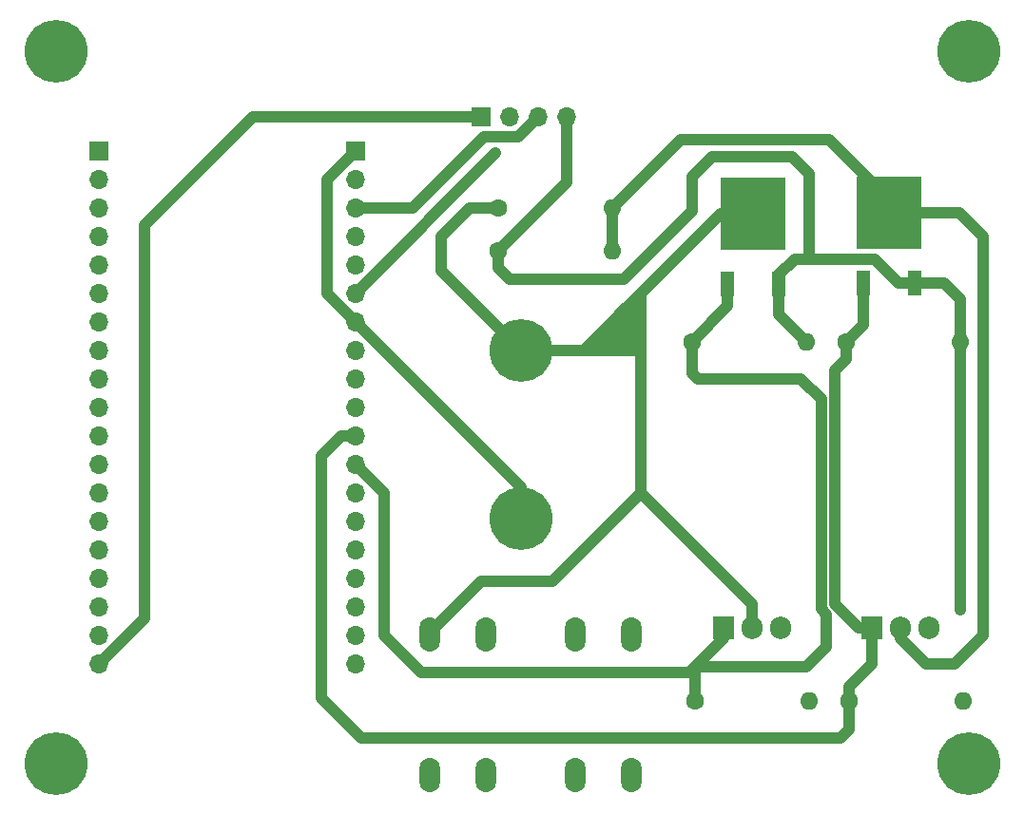
<source format=gbr>
%TF.GenerationSoftware,KiCad,Pcbnew,(6.0.7)*%
%TF.CreationDate,2022-08-09T22:59:13-05:00*%
%TF.ProjectId,garage-door_opener,67617261-6765-42d6-946f-6f725f6f7065,rev?*%
%TF.SameCoordinates,Original*%
%TF.FileFunction,Copper,L1,Top*%
%TF.FilePolarity,Positive*%
%FSLAX46Y46*%
G04 Gerber Fmt 4.6, Leading zero omitted, Abs format (unit mm)*
G04 Created by KiCad (PCBNEW (6.0.7)) date 2022-08-09 22:59:13*
%MOMM*%
%LPD*%
G01*
G04 APERTURE LIST*
%TA.AperFunction,ComponentPad*%
%ADD10C,3.600000*%
%TD*%
%TA.AperFunction,ConnectorPad*%
%ADD11C,5.600000*%
%TD*%
%TA.AperFunction,ComponentPad*%
%ADD12O,1.850000X3.048000*%
%TD*%
%TA.AperFunction,ComponentPad*%
%ADD13C,1.600000*%
%TD*%
%TA.AperFunction,ComponentPad*%
%ADD14O,1.600000X1.600000*%
%TD*%
%TA.AperFunction,ComponentPad*%
%ADD15R,1.700000X1.700000*%
%TD*%
%TA.AperFunction,ComponentPad*%
%ADD16O,1.700000X1.700000*%
%TD*%
%TA.AperFunction,SMDPad,CuDef*%
%ADD17R,1.200000X2.200000*%
%TD*%
%TA.AperFunction,SMDPad,CuDef*%
%ADD18R,5.800000X6.400000*%
%TD*%
%TA.AperFunction,ComponentPad*%
%ADD19R,1.905000X2.000000*%
%TD*%
%TA.AperFunction,ComponentPad*%
%ADD20O,1.905000X2.000000*%
%TD*%
%TA.AperFunction,ViaPad*%
%ADD21C,0.800000*%
%TD*%
%TA.AperFunction,Conductor*%
%ADD22C,1.000000*%
%TD*%
%TA.AperFunction,Conductor*%
%ADD23C,0.250000*%
%TD*%
G04 APERTURE END LIST*
D10*
%TO.P,H2,1,1*%
%TO.N,GND*%
X172212000Y-83566000D03*
D11*
X172212000Y-83566000D03*
%TD*%
D12*
%TO.P,SW1,1,1*%
%TO.N,/HIGH*%
X164084000Y-93926000D03*
X164084000Y-106426000D03*
%TO.P,SW1,2,2*%
%TO.N,GND*%
X169084000Y-106426000D03*
X169084000Y-93926000D03*
%TD*%
D13*
%TO.P,R2,1*%
%TO.N,GND*%
X170180000Y-59690000D03*
D14*
%TO.P,R2,2*%
%TO.N,/HIGH_DIV*%
X180340000Y-59690000D03*
%TD*%
D15*
%TO.P,J2,1,Pin_1*%
%TO.N,GND*%
X157480000Y-50800000D03*
D16*
%TO.P,J2,2,Pin_2*%
%TO.N,/MOSI_IO23*%
X157480000Y-53340000D03*
%TO.P,J2,3,Pin_3*%
%TO.N,/IO22*%
X157480000Y-55880000D03*
%TO.P,J2,4,Pin_4*%
%TO.N,/TX0_IO1*%
X157480000Y-58420000D03*
%TO.P,J2,5,Pin_5*%
%TO.N,/RX0_IO3*%
X157480000Y-60960000D03*
%TO.P,J2,6,Pin_6*%
%TO.N,/IO21*%
X157480000Y-63500000D03*
%TO.P,J2,7,Pin_7*%
%TO.N,GND*%
X157480000Y-66040000D03*
%TO.P,J2,8,Pin_8*%
%TO.N,/MISO_IO19*%
X157480000Y-68580000D03*
%TO.P,J2,9,Pin_9*%
%TO.N,/SCK_IO18*%
X157480000Y-71120000D03*
%TO.P,J2,10,Pin_10*%
%TO.N,/SS_IO5*%
X157480000Y-73660000D03*
%TO.P,J2,11,Pin_11*%
%TO.N,/IO17*%
X157480000Y-76200000D03*
%TO.P,J2,12,Pin_12*%
%TO.N,/IO16*%
X157480000Y-78740000D03*
%TO.P,J2,13,Pin_13*%
%TO.N,/T0_ADC10_IO4*%
X157480000Y-81280000D03*
%TO.P,J2,14,Pin_14*%
%TO.N,/T1_ADC11_IO0*%
X157480000Y-83820000D03*
%TO.P,J2,15,Pin_15*%
%TO.N,/T2_ADC12_IO2*%
X157480000Y-86360000D03*
%TO.P,J2,16,Pin_16*%
%TO.N,/T3_ADC13_IO15*%
X157480000Y-88900000D03*
%TO.P,J2,17,Pin_17*%
%TO.N,/FLASHD1_IO8*%
X157480000Y-91440000D03*
%TO.P,J2,18,Pin_18*%
%TO.N,/FLASHD0_IO7*%
X157480000Y-93980000D03*
%TO.P,J2,19,Pin_19*%
%TO.N,/FLASHSCK_IO6*%
X157480000Y-96520000D03*
%TD*%
D13*
%TO.P,R1,1*%
%TO.N,/HIGH*%
X170180000Y-55880000D03*
D14*
%TO.P,R1,2*%
%TO.N,/HIGH_DIV*%
X180340000Y-55880000D03*
%TD*%
D11*
%TO.P,REF\u002A\u002A,1*%
%TO.N,N/C*%
X212090000Y-41910000D03*
D10*
X212090000Y-41910000D03*
%TD*%
D15*
%TO.P,J3,1,Pin_1*%
%TO.N,/VIN_5V*%
X168656000Y-47752000D03*
D16*
%TO.P,J3,2,Pin_2*%
%TO.N,/IO21*%
X171196000Y-47752000D03*
%TO.P,J3,3,Pin_3*%
%TO.N,/IO22*%
X173736000Y-47752000D03*
%TO.P,J3,4,Pin_4*%
%TO.N,GND*%
X176276000Y-47752000D03*
%TD*%
D12*
%TO.P,SW2,1,1*%
%TO.N,/HIGH_DIV*%
X177038000Y-106426000D03*
X177038000Y-93926000D03*
%TO.P,SW2,2,2*%
%TO.N,GND*%
X182038000Y-106426000D03*
X182038000Y-93926000D03*
%TD*%
D13*
%TO.P,R5,1*%
%TO.N,/IO16*%
X187706000Y-99822000D03*
D14*
%TO.P,R5,2*%
%TO.N,GND*%
X197866000Y-99822000D03*
%TD*%
D11*
%TO.P,mnt,1*%
%TO.N,N/C*%
X212090000Y-105410000D03*
D10*
X212090000Y-105410000D03*
%TD*%
D13*
%TO.P,R4,1*%
%TO.N,/IO17*%
X201168000Y-67818000D03*
D14*
%TO.P,R4,2*%
%TO.N,GND*%
X211328000Y-67818000D03*
%TD*%
D17*
%TO.P,Q3,1,G*%
%TO.N,/IO16*%
X190630000Y-62692000D03*
D18*
%TO.P,Q3,2,D*%
%TO.N,/HIGH*%
X192910000Y-56392000D03*
D17*
%TO.P,Q3,3,S*%
%TO.N,GND*%
X195190000Y-62692000D03*
%TD*%
D19*
%TO.P,Q1,1,G*%
%TO.N,/IO16*%
X190246000Y-93304000D03*
D20*
%TO.P,Q1,2,D*%
%TO.N,/HIGH*%
X192786000Y-93304000D03*
%TO.P,Q1,3,S*%
%TO.N,GND*%
X195326000Y-93304000D03*
%TD*%
D13*
%TO.P,R6,1*%
%TO.N,/IO17*%
X201422000Y-99822000D03*
D14*
%TO.P,R6,2*%
%TO.N,GND*%
X211582000Y-99822000D03*
%TD*%
D13*
%TO.P,R3,1*%
%TO.N,/IO16*%
X187452000Y-67818000D03*
D14*
%TO.P,R3,2*%
%TO.N,GND*%
X197612000Y-67818000D03*
%TD*%
D11*
%TO.P,H1,1,1*%
%TO.N,/HIGH*%
X172212000Y-68580000D03*
D10*
X172212000Y-68580000D03*
%TD*%
D17*
%TO.P,Q4,1,G*%
%TO.N,/IO17*%
X202698000Y-62620000D03*
D18*
%TO.P,Q4,2,D*%
%TO.N,/HIGH_DIV*%
X204978000Y-56320000D03*
D17*
%TO.P,Q4,3,S*%
%TO.N,GND*%
X207258000Y-62620000D03*
%TD*%
D11*
%TO.P,mnt,1*%
%TO.N,N/C*%
X130810000Y-105410000D03*
D10*
X130810000Y-105410000D03*
%TD*%
D19*
%TO.P,Q2,1,G*%
%TO.N,/IO17*%
X203454000Y-93304000D03*
D20*
%TO.P,Q2,2,D*%
%TO.N,/HIGH_DIV*%
X205994000Y-93304000D03*
%TO.P,Q2,3,S*%
%TO.N,GND*%
X208534000Y-93304000D03*
%TD*%
D11*
%TO.P,REF\u002A\u002A,1*%
%TO.N,N/C*%
X130810000Y-41910000D03*
D10*
X130810000Y-41910000D03*
%TD*%
D15*
%TO.P,J1,1,Pin_1*%
%TO.N,/VIN_3V3*%
X134620000Y-50800000D03*
D16*
%TO.P,J1,2,Pin_2*%
%TO.N,/RST_EN*%
X134620000Y-53340000D03*
%TO.P,J1,3,Pin_3*%
%TO.N,/ADC0_IO36*%
X134620000Y-55880000D03*
%TO.P,J1,4,Pin_4*%
%TO.N,/ADC3_IO39*%
X134620000Y-58420000D03*
%TO.P,J1,5,Pin_5*%
%TO.N,/ADC6_IO34*%
X134620000Y-60960000D03*
%TO.P,J1,6,Pin_6*%
%TO.N,/ADC7_IO35*%
X134620000Y-63500000D03*
%TO.P,J1,7,Pin_7*%
%TO.N,/T9_ADC4_IO32*%
X134620000Y-66040000D03*
%TO.P,J1,8,Pin_8*%
%TO.N,/T8_ADC5_IO33*%
X134620000Y-68580000D03*
%TO.P,J1,9,Pin_9*%
%TO.N,/ADC18_IO25*%
X134620000Y-71120000D03*
%TO.P,J1,10,Pin_10*%
%TO.N,/ADC19_IO26*%
X134620000Y-73660000D03*
%TO.P,J1,11,Pin_11*%
%TO.N,/T7_ADC17_IO27*%
X134620000Y-76200000D03*
%TO.P,J1,12,Pin_12*%
%TO.N,/T6_ADC16_IO14*%
X134620000Y-78740000D03*
%TO.P,J1,13,Pin_13*%
%TO.N,/T5_ADC15_IO12*%
X134620000Y-81280000D03*
%TO.P,J1,14,Pin_14*%
%TO.N,GND*%
X134620000Y-83820000D03*
%TO.P,J1,15,Pin_15*%
%TO.N,/T4_ADC14_IO13*%
X134620000Y-86360000D03*
%TO.P,J1,16,Pin_16*%
%TO.N,/FLASHD2_IO9*%
X134620000Y-88900000D03*
%TO.P,J1,17,Pin_17*%
%TO.N,/FLASHD3_IO10*%
X134620000Y-91440000D03*
%TO.P,J1,18,Pin_18*%
%TO.N,/FLASHCMD_IO11*%
X134620000Y-93980000D03*
%TO.P,J1,19,Pin_19*%
%TO.N,/VIN_5V*%
X134620000Y-96520000D03*
%TD*%
D21*
%TO.N,/IO21*%
X169984000Y-50996000D03*
%TO.N,GND*%
X211328000Y-91694000D03*
%TD*%
D22*
%TO.N,/IO16*%
X187452000Y-70612000D02*
X187452000Y-67818000D01*
X197104000Y-71120000D02*
X187960000Y-71120000D01*
X187960000Y-71120000D02*
X187452000Y-70612000D01*
X198952000Y-72968000D02*
X197104000Y-71120000D01*
X198952000Y-91683056D02*
X198952000Y-72968000D01*
X199390000Y-92121056D02*
X198952000Y-91683056D01*
X199390000Y-94996000D02*
X199390000Y-92121056D01*
%TO.N,/IO22*%
X162560000Y-55880000D02*
X157480000Y-55880000D01*
X171958000Y-49530000D02*
X168910000Y-49530000D01*
X168910000Y-49530000D02*
X162560000Y-55880000D01*
X173736000Y-47752000D02*
X171958000Y-49530000D01*
%TO.N,/HIGH*%
X180594000Y-65786000D02*
X181229000Y-65151000D01*
X165100000Y-61468000D02*
X165100000Y-58420000D01*
X182118000Y-64262000D02*
X182880000Y-63500000D01*
X180848000Y-67310000D02*
X180848000Y-66040000D01*
X180848000Y-68580000D02*
X180848000Y-67310000D01*
X167640000Y-55880000D02*
X170180000Y-55880000D01*
X164084000Y-93726000D02*
X168656000Y-89154000D01*
X182880000Y-81280000D02*
X182880000Y-68580000D01*
X179324000Y-68580000D02*
X179832000Y-68580000D01*
X177800000Y-68580000D02*
X180594000Y-65786000D01*
X192786000Y-93304000D02*
X192786000Y-91186000D01*
X180340000Y-67056000D02*
X179324000Y-68072000D01*
X168656000Y-89154000D02*
X175006000Y-89154000D01*
X180848000Y-67564000D02*
X180848000Y-67310000D01*
X181229000Y-65151000D02*
X182118000Y-64262000D01*
X181610000Y-68580000D02*
X181610000Y-65532000D01*
X179832000Y-68580000D02*
X180848000Y-67564000D01*
X182118000Y-68580000D02*
X182118000Y-64262000D01*
X172212000Y-68580000D02*
X165100000Y-61468000D01*
X182880000Y-63500000D02*
X189988000Y-56392000D01*
X189988000Y-56392000D02*
X192910000Y-56392000D01*
X165100000Y-58420000D02*
X167640000Y-55880000D01*
X182118000Y-68580000D02*
X182880000Y-68580000D01*
X179832000Y-68580000D02*
X180848000Y-68580000D01*
X177800000Y-68580000D02*
X179324000Y-68580000D01*
X192786000Y-91186000D02*
X182880000Y-81280000D01*
X175006000Y-89154000D02*
X182880000Y-81280000D01*
X180848000Y-68580000D02*
X181610000Y-68580000D01*
X181610000Y-65532000D02*
X181229000Y-65151000D01*
X182880000Y-68580000D02*
X182880000Y-63500000D01*
X164084000Y-93926000D02*
X164084000Y-93726000D01*
X179324000Y-68072000D02*
X179324000Y-68580000D01*
X172212000Y-68580000D02*
X177800000Y-68580000D01*
X180848000Y-66040000D02*
X180594000Y-65786000D01*
X181610000Y-68580000D02*
X182118000Y-68580000D01*
%TO.N,GND*%
X195190000Y-61858000D02*
X195190000Y-62692000D01*
X157480000Y-66040000D02*
X172212000Y-80772000D01*
X209940000Y-62620000D02*
X211328000Y-64008000D01*
X197866000Y-60452000D02*
X196596000Y-60452000D01*
X154940000Y-63500000D02*
X154940000Y-53340000D01*
X211328000Y-64008000D02*
X211328000Y-67818000D01*
X196596000Y-60452000D02*
X195190000Y-61858000D01*
X157480000Y-66040000D02*
X154940000Y-63500000D01*
X205876000Y-62620000D02*
X203708000Y-60452000D01*
X187452000Y-56134000D02*
X181356000Y-62230000D01*
X196342000Y-51308000D02*
X189230000Y-51308000D01*
X195190000Y-62692000D02*
X195190000Y-65396000D01*
X189230000Y-51308000D02*
X187452000Y-53086000D01*
X207258000Y-62620000D02*
X205876000Y-62620000D01*
X195190000Y-65396000D02*
X197612000Y-67818000D01*
X170180000Y-59690000D02*
X176276000Y-53594000D01*
X172212000Y-80772000D02*
X172212000Y-83566000D01*
X154940000Y-53340000D02*
X157480000Y-50800000D01*
X171196000Y-62230000D02*
X170180000Y-61214000D01*
X197866000Y-60452000D02*
X197866000Y-52832000D01*
X197866000Y-52832000D02*
X196342000Y-51308000D01*
X170180000Y-61214000D02*
X170180000Y-59690000D01*
X211328000Y-67818000D02*
X211328000Y-91694000D01*
X181356000Y-62230000D02*
X171196000Y-62230000D01*
X176276000Y-53594000D02*
X176276000Y-47752000D01*
X207258000Y-62620000D02*
X209940000Y-62620000D01*
X203708000Y-60452000D02*
X197866000Y-60452000D01*
X187452000Y-53086000D02*
X187452000Y-56134000D01*
%TO.N,/VIN_5V*%
X138684000Y-57404000D02*
X148336000Y-47752000D01*
X138684000Y-57404000D02*
X138684000Y-92456000D01*
X138684000Y-92456000D02*
X134620000Y-96520000D01*
X148336000Y-47752000D02*
X168656000Y-47752000D01*
%TO.N,/IO21*%
X169984000Y-50996000D02*
X157480000Y-63500000D01*
%TO.N,/IO17*%
X203454000Y-93304000D02*
X203454000Y-96520000D01*
X157988000Y-103124000D02*
X200660000Y-103124000D01*
X201168000Y-67818000D02*
X202692000Y-66294000D01*
X201422000Y-102362000D02*
X201422000Y-99822000D01*
X154432000Y-99568000D02*
X157988000Y-103124000D01*
X200152000Y-91186000D02*
X200152000Y-70358000D01*
X157480000Y-76200000D02*
X156210000Y-76200000D01*
X200660000Y-103124000D02*
X201422000Y-102362000D01*
X201422000Y-98552000D02*
X201422000Y-99822000D01*
X202270000Y-93304000D02*
X200152000Y-91186000D01*
X156210000Y-76200000D02*
X154432000Y-77978000D01*
X202692000Y-66294000D02*
X202692000Y-65278000D01*
X203454000Y-93304000D02*
X202270000Y-93304000D01*
X202698000Y-65272000D02*
X202698000Y-62620000D01*
X154432000Y-77978000D02*
X154432000Y-99568000D01*
X200152000Y-70358000D02*
X201168000Y-69342000D01*
X201168000Y-69342000D02*
X201168000Y-67818000D01*
D23*
X202692000Y-65278000D02*
X202698000Y-65272000D01*
D22*
X203454000Y-96520000D02*
X201422000Y-98552000D01*
%TO.N,/IO16*%
X160020000Y-81280000D02*
X157480000Y-78740000D01*
X160020000Y-93980000D02*
X160020000Y-81280000D01*
X190630000Y-64640000D02*
X190630000Y-62692000D01*
D23*
X190246000Y-93304000D02*
X190246000Y-94234000D01*
D22*
X197612000Y-96774000D02*
X199390000Y-94996000D01*
X187706000Y-96774000D02*
X187706000Y-99822000D01*
X187198000Y-97282000D02*
X163322000Y-97282000D01*
X187706000Y-96774000D02*
X187198000Y-97282000D01*
X187452000Y-67818000D02*
X190630000Y-64640000D01*
X190246000Y-94234000D02*
X187706000Y-96774000D01*
X187706000Y-96774000D02*
X197612000Y-96774000D01*
X163322000Y-97282000D02*
X160020000Y-93980000D01*
%TO.N,/HIGH_DIV*%
X180340000Y-55880000D02*
X180340000Y-59690000D01*
X199644000Y-49784000D02*
X204978000Y-55118000D01*
X208280000Y-96520000D02*
X205994000Y-94234000D01*
X210820000Y-96520000D02*
X208280000Y-96520000D01*
X180340000Y-55880000D02*
X186436000Y-49784000D01*
X204978000Y-56320000D02*
X211260000Y-56320000D01*
X186436000Y-49784000D02*
X199644000Y-49784000D01*
X213360000Y-93980000D02*
X210820000Y-96520000D01*
X211260000Y-56320000D02*
X213360000Y-58420000D01*
X204978000Y-55118000D02*
X204978000Y-56320000D01*
X213360000Y-58420000D02*
X213360000Y-93980000D01*
X205994000Y-94234000D02*
X205994000Y-93304000D01*
%TD*%
M02*

</source>
